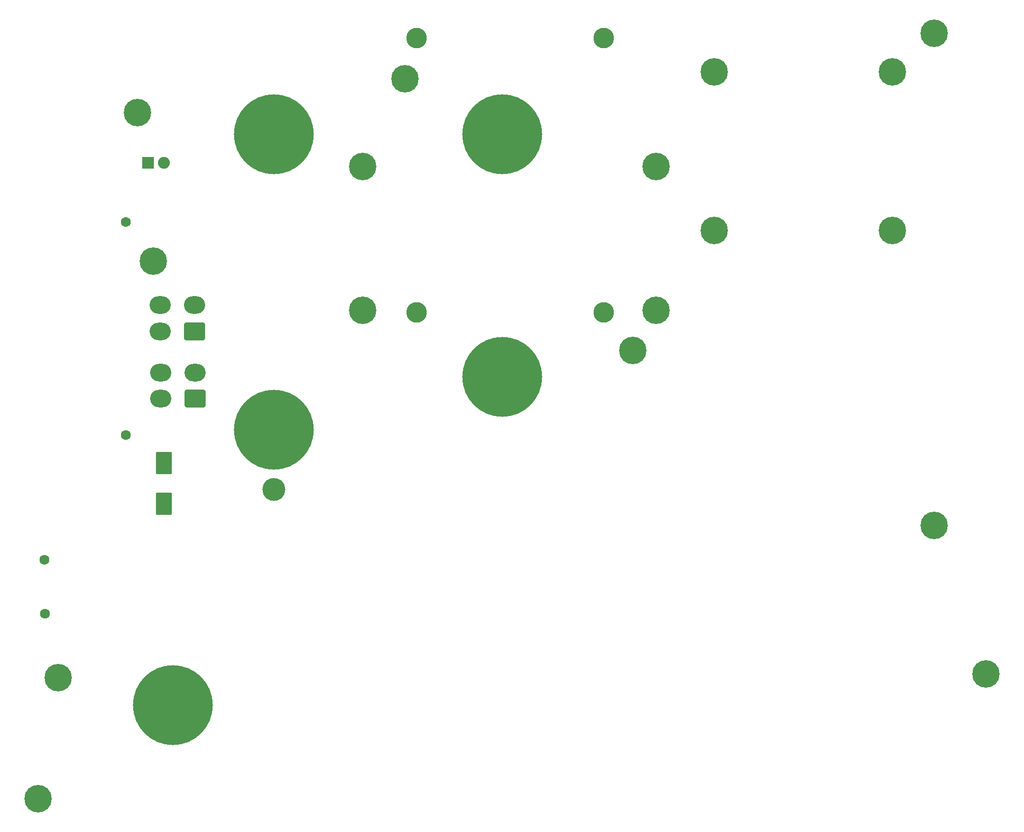
<source format=gbr>
%TF.GenerationSoftware,KiCad,Pcbnew,7.0.1*%
%TF.CreationDate,2023-04-16T02:52:33-08:00*%
%TF.ProjectId,SELECT JETT PANEL,53454c45-4354-4204-9a45-54542050414e,4*%
%TF.SameCoordinates,Original*%
%TF.FileFunction,Soldermask,Bot*%
%TF.FilePolarity,Negative*%
%FSLAX46Y46*%
G04 Gerber Fmt 4.6, Leading zero omitted, Abs format (unit mm)*
G04 Created by KiCad (PCBNEW 7.0.1) date 2023-04-16 02:52:33*
%MOMM*%
%LPD*%
G01*
G04 APERTURE LIST*
G04 Aperture macros list*
%AMRoundRect*
0 Rectangle with rounded corners*
0 $1 Rounding radius*
0 $2 $3 $4 $5 $6 $7 $8 $9 X,Y pos of 4 corners*
0 Add a 4 corners polygon primitive as box body*
4,1,4,$2,$3,$4,$5,$6,$7,$8,$9,$2,$3,0*
0 Add four circle primitives for the rounded corners*
1,1,$1+$1,$2,$3*
1,1,$1+$1,$4,$5*
1,1,$1+$1,$6,$7*
1,1,$1+$1,$8,$9*
0 Add four rect primitives between the rounded corners*
20,1,$1+$1,$2,$3,$4,$5,0*
20,1,$1+$1,$4,$5,$6,$7,0*
20,1,$1+$1,$6,$7,$8,$9,0*
20,1,$1+$1,$8,$9,$2,$3,0*%
G04 Aperture macros list end*
%ADD10C,3.300000*%
%ADD11C,4.400000*%
%ADD12C,12.800000*%
%ADD13C,3.672000*%
%ADD14C,1.600000*%
%ADD15RoundRect,0.300000X1.000000X-1.500000X1.000000X1.500000X-1.000000X1.500000X-1.000000X-1.500000X0*%
%ADD16RoundRect,0.050000X-0.900000X-0.900000X0.900000X-0.900000X0.900000X0.900000X-0.900000X0.900000X0*%
%ADD17C,1.900000*%
%ADD18RoundRect,0.300001X1.399999X-1.099999X1.399999X1.099999X-1.399999X1.099999X-1.399999X-1.099999X0*%
%ADD19O,3.400000X2.800000*%
G04 APERTURE END LIST*
D10*
%TO.C,H20*%
X162010000Y-37990000D03*
%TD*%
%TO.C,H21*%
X132000000Y-38000000D03*
%TD*%
%TO.C,H19*%
X132000000Y-81990000D03*
%TD*%
%TO.C,H18*%
X162010000Y-82000000D03*
%TD*%
D11*
%TO.C,H1*%
X87261697Y-49974517D03*
%TD*%
%TO.C,H2*%
X130124197Y-44577011D03*
%TD*%
%TO.C,H3*%
X214896696Y-37274500D03*
%TD*%
%TO.C,H5*%
X166636703Y-88074497D03*
%TD*%
%TO.C,H8*%
X74561693Y-140462018D03*
%TD*%
%TO.C,H6*%
X214896707Y-116078000D03*
%TD*%
%TO.C,H4*%
X89801693Y-73787017D03*
%TD*%
%TO.C,H9*%
X71386707Y-159820032D03*
%TD*%
%TO.C,H7*%
X223151694Y-139839819D03*
%TD*%
%TO.C,H14*%
X123340000Y-58590000D03*
%TD*%
%TO.C,H15*%
X170340000Y-58600000D03*
%TD*%
%TO.C,H10*%
X179650000Y-43430000D03*
%TD*%
%TO.C,H13*%
X179650000Y-68840000D03*
%TD*%
%TO.C,H17*%
X170350000Y-81590000D03*
%TD*%
%TO.C,H11*%
X208230000Y-43430000D03*
%TD*%
%TO.C,H12*%
X208230000Y-68830000D03*
%TD*%
%TO.C,H16*%
X123340000Y-81590000D03*
%TD*%
D12*
%TO.C,H26*%
X109105698Y-100774518D03*
D13*
X109105698Y-110299518D03*
%TD*%
D12*
%TO.C,H22*%
X109105698Y-53467018D03*
%TD*%
%TO.C,H23*%
X145681694Y-53467018D03*
%TD*%
%TO.C,H24*%
X145681694Y-92329018D03*
%TD*%
%TO.C,H25*%
X92976707Y-144906997D03*
%TD*%
D14*
%TO.C,TP2*%
X85410000Y-67520000D03*
%TD*%
%TO.C,TP3*%
X72440000Y-130210000D03*
%TD*%
%TO.C,TP4*%
X85410000Y-101630000D03*
%TD*%
%TO.C,TP1*%
X72390000Y-121550000D03*
%TD*%
D15*
%TO.C,C1*%
X91500000Y-112600000D03*
X91500000Y-106100000D03*
%TD*%
D16*
%TO.C,D1*%
X88960000Y-58000000D03*
D17*
X91500000Y-58000000D03*
%TD*%
D18*
%TO.C,J1*%
X96450000Y-85000000D03*
D19*
X96450000Y-80800000D03*
X90950000Y-85000000D03*
X90950000Y-80800000D03*
%TD*%
D18*
%TO.C,J2*%
X96500000Y-95800000D03*
D19*
X96500000Y-91600000D03*
X91000000Y-95800000D03*
X91000000Y-91600000D03*
%TD*%
M02*

</source>
